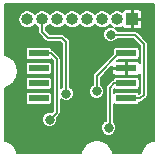
<source format=gtl>
G04 #@! TF.GenerationSoftware,KiCad,Pcbnew,5.0.2-bee76a0~70~ubuntu18.04.1*
G04 #@! TF.CreationDate,2020-01-14T20:57:16+01:00*
G04 #@! TF.ProjectId,TLI5012B,544c4935-3031-4324-922e-6b696361645f,rev?*
G04 #@! TF.SameCoordinates,Original*
G04 #@! TF.FileFunction,Copper,L1,Top*
G04 #@! TF.FilePolarity,Positive*
%FSLAX46Y46*%
G04 Gerber Fmt 4.6, Leading zero omitted, Abs format (unit mm)*
G04 Created by KiCad (PCBNEW 5.0.2-bee76a0~70~ubuntu18.04.1) date Di 14 Jan 2020 20:57:16 CET*
%MOMM*%
%LPD*%
G01*
G04 APERTURE LIST*
G04 #@! TA.AperFunction,SMDPad,CuDef*
%ADD10R,1.750000X0.550000*%
G04 #@! TD*
G04 #@! TA.AperFunction,ComponentPad*
%ADD11R,1.000000X1.000000*%
G04 #@! TD*
G04 #@! TA.AperFunction,ComponentPad*
%ADD12O,1.000000X1.000000*%
G04 #@! TD*
G04 #@! TA.AperFunction,ViaPad*
%ADD13C,0.800000*%
G04 #@! TD*
G04 #@! TA.AperFunction,Conductor*
%ADD14C,0.152400*%
G04 #@! TD*
G04 #@! TA.AperFunction,Conductor*
%ADD15C,0.203200*%
G04 #@! TD*
G04 APERTURE END LIST*
D10*
G04 #@! TO.P,U1,1*
G04 #@! TO.N,/IFC*
X134075000Y-84595000D03*
G04 #@! TO.P,U1,2*
G04 #@! TO.N,Net-(U1-Pad2)*
X134075000Y-85865000D03*
G04 #@! TO.P,U1,3*
G04 #@! TO.N,Net-(U1-Pad3)*
X134075000Y-87135000D03*
G04 #@! TO.P,U1,4*
G04 #@! TO.N,Net-(U1-Pad4)*
X134075000Y-88405000D03*
G04 #@! TO.P,U1,5*
G04 #@! TO.N,/IFA*
X141475000Y-88405000D03*
G04 #@! TO.P,U1,6*
G04 #@! TO.N,+5V*
X141475000Y-87135000D03*
G04 #@! TO.P,U1,7*
G04 #@! TO.N,GND*
X141475000Y-85865000D03*
G04 #@! TO.P,U1,8*
G04 #@! TO.N,/IFB*
X141475000Y-84595000D03*
G04 #@! TD*
D11*
G04 #@! TO.P,J1,1*
G04 #@! TO.N,GND*
X141975000Y-81700000D03*
D12*
G04 #@! TO.P,J1,2*
G04 #@! TO.N,/A_OUT_*
X140705000Y-81700000D03*
G04 #@! TO.P,J1,3*
G04 #@! TO.N,/A_OUT*
X139435000Y-81700000D03*
G04 #@! TO.P,J1,4*
G04 #@! TO.N,/B_OUT_*
X138165000Y-81700000D03*
G04 #@! TO.P,J1,5*
G04 #@! TO.N,/B_OUT*
X136895000Y-81700000D03*
G04 #@! TO.P,J1,6*
G04 #@! TO.N,/C_OUT_*
X135625000Y-81700000D03*
G04 #@! TO.P,J1,7*
G04 #@! TO.N,/C_OUT*
X134355000Y-81700000D03*
G04 #@! TO.P,J1,8*
G04 #@! TO.N,+5V*
X133085000Y-81700000D03*
G04 #@! TD*
D13*
G04 #@! TO.N,+5V*
X139975000Y-90900000D03*
G04 #@! TO.N,GND*
X137675000Y-90000000D03*
G04 #@! TO.N,/IFA*
X140175000Y-83000000D03*
G04 #@! TO.N,/IFB*
X138975000Y-87800000D03*
G04 #@! TO.N,/IFC*
X134975000Y-90200000D03*
G04 #@! TO.N,/C_OUT*
X136375000Y-88000000D03*
G04 #@! TD*
D14*
G04 #@! TO.N,+5V*
X140447600Y-87135000D02*
X140075000Y-87507600D01*
X141475000Y-87135000D02*
X140447600Y-87135000D01*
X140075000Y-87507600D02*
X140075000Y-90800000D01*
X140075000Y-90800000D02*
X139975000Y-90900000D01*
G04 #@! TO.N,/IFA*
X142975000Y-83800000D02*
X142175000Y-83000000D01*
X142175000Y-83000000D02*
X140175000Y-83000000D01*
X142975000Y-88100000D02*
X142975000Y-83800000D01*
X142670000Y-88405000D02*
X142975000Y-88100000D01*
X141475000Y-88405000D02*
X142670000Y-88405000D01*
G04 #@! TO.N,/IFB*
X138975000Y-86495000D02*
X138975000Y-87800000D01*
X141475000Y-84595000D02*
X140875000Y-84595000D01*
X140875000Y-84595000D02*
X138975000Y-86495000D01*
G04 #@! TO.N,/IFC*
X135102400Y-84595000D02*
X135575000Y-85067600D01*
X134075000Y-84595000D02*
X135102400Y-84595000D01*
X135575000Y-85067600D02*
X135575000Y-89600000D01*
X135575000Y-89600000D02*
X134975000Y-90200000D01*
G04 #@! TO.N,/C_OUT*
X136375000Y-83620000D02*
X136375000Y-88000000D01*
X134355000Y-81700000D02*
X134355000Y-82780000D01*
X134875000Y-83300000D02*
X136055000Y-83300000D01*
X134355000Y-82780000D02*
X134875000Y-83300000D01*
X136055000Y-83300000D02*
X136375000Y-83620000D01*
G04 #@! TD*
D15*
G04 #@! TO.N,GND*
G36*
X143796001Y-91979997D02*
X143639863Y-92011055D01*
X143521265Y-92060180D01*
X143164400Y-92298630D01*
X143073630Y-92389400D01*
X142835180Y-92746265D01*
X142786055Y-92864863D01*
X142754997Y-93021000D01*
X140370003Y-93021000D01*
X140338945Y-92864863D01*
X140289820Y-92746265D01*
X140051370Y-92389400D01*
X139960598Y-92298628D01*
X139603735Y-92060180D01*
X139485137Y-92011055D01*
X139064185Y-91927322D01*
X138935815Y-91927322D01*
X138514863Y-92011055D01*
X138396265Y-92060180D01*
X138039400Y-92298630D01*
X137948630Y-92389400D01*
X137710180Y-92746265D01*
X137661055Y-92864863D01*
X137629997Y-93021000D01*
X132245003Y-93021000D01*
X132213945Y-92864863D01*
X132164820Y-92746265D01*
X131926370Y-92389400D01*
X131835598Y-92298628D01*
X131478735Y-92060180D01*
X131360137Y-92011055D01*
X131204000Y-91979997D01*
X131204000Y-88130000D01*
X132941024Y-88130000D01*
X132941024Y-88680000D01*
X132960737Y-88779106D01*
X133016876Y-88863124D01*
X133100894Y-88919263D01*
X133200000Y-88938976D01*
X134950000Y-88938976D01*
X135049106Y-88919263D01*
X135133124Y-88863124D01*
X135189263Y-88779106D01*
X135208976Y-88680000D01*
X135208976Y-88130000D01*
X135189263Y-88030894D01*
X135133124Y-87946876D01*
X135049106Y-87890737D01*
X134950000Y-87871024D01*
X133200000Y-87871024D01*
X133100894Y-87890737D01*
X133016876Y-87946876D01*
X132960737Y-88030894D01*
X132941024Y-88130000D01*
X131204000Y-88130000D01*
X131204000Y-87480003D01*
X131360137Y-87448945D01*
X131478735Y-87399820D01*
X131835600Y-87161370D01*
X131926370Y-87070600D01*
X132067088Y-86860000D01*
X132941024Y-86860000D01*
X132941024Y-87410000D01*
X132960737Y-87509106D01*
X133016876Y-87593124D01*
X133100894Y-87649263D01*
X133200000Y-87668976D01*
X134950000Y-87668976D01*
X135049106Y-87649263D01*
X135133124Y-87593124D01*
X135189263Y-87509106D01*
X135208976Y-87410000D01*
X135208976Y-86860000D01*
X135189263Y-86760894D01*
X135133124Y-86676876D01*
X135049106Y-86620737D01*
X134950000Y-86601024D01*
X133200000Y-86601024D01*
X133100894Y-86620737D01*
X133016876Y-86676876D01*
X132960737Y-86760894D01*
X132941024Y-86860000D01*
X132067088Y-86860000D01*
X132164820Y-86713735D01*
X132213945Y-86595137D01*
X132297678Y-86174185D01*
X132297678Y-86045815D01*
X132213945Y-85624863D01*
X132199505Y-85590000D01*
X132941024Y-85590000D01*
X132941024Y-86140000D01*
X132960737Y-86239106D01*
X133016876Y-86323124D01*
X133100894Y-86379263D01*
X133200000Y-86398976D01*
X134950000Y-86398976D01*
X135049106Y-86379263D01*
X135133124Y-86323124D01*
X135189263Y-86239106D01*
X135208976Y-86140000D01*
X135208976Y-85590000D01*
X135189263Y-85490894D01*
X135133124Y-85406876D01*
X135049106Y-85350737D01*
X134950000Y-85331024D01*
X133200000Y-85331024D01*
X133100894Y-85350737D01*
X133016876Y-85406876D01*
X132960737Y-85490894D01*
X132941024Y-85590000D01*
X132199505Y-85590000D01*
X132164820Y-85506265D01*
X131926370Y-85149400D01*
X131835598Y-85058628D01*
X131478735Y-84820180D01*
X131360137Y-84771055D01*
X131204000Y-84739997D01*
X131204000Y-81700000D01*
X132316229Y-81700000D01*
X132374748Y-81994196D01*
X132541397Y-82243603D01*
X132790804Y-82410252D01*
X133010741Y-82454000D01*
X133159259Y-82454000D01*
X133379196Y-82410252D01*
X133628603Y-82243603D01*
X133720000Y-82106818D01*
X133811397Y-82243603D01*
X134024801Y-82386195D01*
X134024801Y-82747473D01*
X134018331Y-82780000D01*
X134043958Y-82908837D01*
X134098517Y-82990490D01*
X134098519Y-82990492D01*
X134116940Y-83018061D01*
X134144509Y-83036482D01*
X134618517Y-83510491D01*
X134636939Y-83538061D01*
X134664508Y-83556482D01*
X134664509Y-83556483D01*
X134746162Y-83611042D01*
X134874999Y-83636669D01*
X134907521Y-83630200D01*
X135918227Y-83630200D01*
X136044800Y-83756773D01*
X136044801Y-87428888D01*
X136004539Y-87445565D01*
X135905200Y-87544904D01*
X135905200Y-85100116D01*
X135911668Y-85067599D01*
X135905200Y-85035082D01*
X135905200Y-85035078D01*
X135886042Y-84938762D01*
X135813060Y-84829539D01*
X135785491Y-84811118D01*
X135358884Y-84384511D01*
X135340461Y-84356939D01*
X135231238Y-84283958D01*
X135200595Y-84277863D01*
X135189263Y-84220894D01*
X135133124Y-84136876D01*
X135049106Y-84080737D01*
X134950000Y-84061024D01*
X133200000Y-84061024D01*
X133100894Y-84080737D01*
X133016876Y-84136876D01*
X132960737Y-84220894D01*
X132941024Y-84320000D01*
X132941024Y-84870000D01*
X132960737Y-84969106D01*
X133016876Y-85053124D01*
X133100894Y-85109263D01*
X133200000Y-85128976D01*
X134950000Y-85128976D01*
X135049106Y-85109263D01*
X135109402Y-85068975D01*
X135244800Y-85204373D01*
X135244801Y-89463225D01*
X135145350Y-89562677D01*
X135105089Y-89546000D01*
X134844911Y-89546000D01*
X134604539Y-89645565D01*
X134420565Y-89829539D01*
X134321000Y-90069911D01*
X134321000Y-90330089D01*
X134420565Y-90570461D01*
X134604539Y-90754435D01*
X134844911Y-90854000D01*
X135105089Y-90854000D01*
X135345461Y-90754435D01*
X135529435Y-90570461D01*
X135629000Y-90330089D01*
X135629000Y-90069911D01*
X135612323Y-90029650D01*
X135785491Y-89856483D01*
X135813061Y-89838061D01*
X135886042Y-89728838D01*
X135905200Y-89632522D01*
X135905200Y-89632519D01*
X135911668Y-89600001D01*
X135905200Y-89567482D01*
X135905200Y-88455096D01*
X136004539Y-88554435D01*
X136244911Y-88654000D01*
X136505089Y-88654000D01*
X136745461Y-88554435D01*
X136929435Y-88370461D01*
X137029000Y-88130089D01*
X137029000Y-87869911D01*
X136946158Y-87669911D01*
X138321000Y-87669911D01*
X138321000Y-87930089D01*
X138420565Y-88170461D01*
X138604539Y-88354435D01*
X138844911Y-88454000D01*
X139105089Y-88454000D01*
X139345461Y-88354435D01*
X139529435Y-88170461D01*
X139629000Y-87930089D01*
X139629000Y-87669911D01*
X139529435Y-87429539D01*
X139345461Y-87245565D01*
X139305200Y-87228888D01*
X139305200Y-86631773D01*
X139932273Y-86004700D01*
X140244400Y-86004700D01*
X140244400Y-86210733D01*
X140298537Y-86341431D01*
X140398569Y-86441463D01*
X140529267Y-86495600D01*
X141335300Y-86495600D01*
X141424200Y-86406700D01*
X141424200Y-85915800D01*
X140333300Y-85915800D01*
X140244400Y-86004700D01*
X139932273Y-86004700D01*
X140244400Y-85692573D01*
X140244400Y-85725300D01*
X140333300Y-85814200D01*
X141424200Y-85814200D01*
X141424200Y-85323300D01*
X141335300Y-85234400D01*
X140702573Y-85234400D01*
X140807997Y-85128976D01*
X142350000Y-85128976D01*
X142449106Y-85109263D01*
X142533124Y-85053124D01*
X142589263Y-84969106D01*
X142608976Y-84870000D01*
X142608976Y-84320000D01*
X142589263Y-84220894D01*
X142533124Y-84136876D01*
X142449106Y-84080737D01*
X142350000Y-84061024D01*
X140600000Y-84061024D01*
X140500894Y-84080737D01*
X140416876Y-84136876D01*
X140360737Y-84220894D01*
X140341024Y-84320000D01*
X140341024Y-84662003D01*
X138764509Y-86238518D01*
X138736939Y-86256940D01*
X138718518Y-86284509D01*
X138718517Y-86284510D01*
X138663958Y-86366163D01*
X138638331Y-86495000D01*
X138644800Y-86527522D01*
X138644801Y-87228888D01*
X138604539Y-87245565D01*
X138420565Y-87429539D01*
X138321000Y-87669911D01*
X136946158Y-87669911D01*
X136929435Y-87629539D01*
X136745461Y-87445565D01*
X136705200Y-87428888D01*
X136705200Y-83652516D01*
X136711668Y-83619999D01*
X136705200Y-83587482D01*
X136705200Y-83587478D01*
X136686042Y-83491162D01*
X136613060Y-83381939D01*
X136585491Y-83363518D01*
X136311484Y-83089511D01*
X136293061Y-83061939D01*
X136183838Y-82988958D01*
X136087522Y-82969800D01*
X136055000Y-82963331D01*
X136022478Y-82969800D01*
X135011774Y-82969800D01*
X134685200Y-82643227D01*
X134685200Y-82386195D01*
X134898603Y-82243603D01*
X134990000Y-82106818D01*
X135081397Y-82243603D01*
X135330804Y-82410252D01*
X135550741Y-82454000D01*
X135699259Y-82454000D01*
X135919196Y-82410252D01*
X136168603Y-82243603D01*
X136260000Y-82106818D01*
X136351397Y-82243603D01*
X136600804Y-82410252D01*
X136820741Y-82454000D01*
X136969259Y-82454000D01*
X137189196Y-82410252D01*
X137438603Y-82243603D01*
X137530000Y-82106818D01*
X137621397Y-82243603D01*
X137870804Y-82410252D01*
X138090741Y-82454000D01*
X138239259Y-82454000D01*
X138459196Y-82410252D01*
X138708603Y-82243603D01*
X138800000Y-82106818D01*
X138891397Y-82243603D01*
X139140804Y-82410252D01*
X139360741Y-82454000D01*
X139509259Y-82454000D01*
X139729196Y-82410252D01*
X139978603Y-82243603D01*
X140070000Y-82106818D01*
X140161397Y-82243603D01*
X140330229Y-82356413D01*
X140305089Y-82346000D01*
X140044911Y-82346000D01*
X139804539Y-82445565D01*
X139620565Y-82629539D01*
X139521000Y-82869911D01*
X139521000Y-83130089D01*
X139620565Y-83370461D01*
X139804539Y-83554435D01*
X140044911Y-83654000D01*
X140305089Y-83654000D01*
X140545461Y-83554435D01*
X140729435Y-83370461D01*
X140746112Y-83330200D01*
X142038227Y-83330200D01*
X142644801Y-83936775D01*
X142644801Y-85381907D01*
X142551431Y-85288537D01*
X142420733Y-85234400D01*
X141614700Y-85234400D01*
X141525800Y-85323300D01*
X141525800Y-85814200D01*
X141545800Y-85814200D01*
X141545800Y-85915800D01*
X141525800Y-85915800D01*
X141525800Y-86406700D01*
X141614700Y-86495600D01*
X142420733Y-86495600D01*
X142551431Y-86441463D01*
X142644800Y-86348094D01*
X142644800Y-87963226D01*
X142584404Y-88023622D01*
X142533124Y-87946876D01*
X142449106Y-87890737D01*
X142350000Y-87871024D01*
X140600000Y-87871024D01*
X140500894Y-87890737D01*
X140416876Y-87946876D01*
X140405200Y-87964350D01*
X140405200Y-87644373D01*
X140440599Y-87608975D01*
X140500894Y-87649263D01*
X140600000Y-87668976D01*
X142350000Y-87668976D01*
X142449106Y-87649263D01*
X142533124Y-87593124D01*
X142589263Y-87509106D01*
X142608976Y-87410000D01*
X142608976Y-86860000D01*
X142589263Y-86760894D01*
X142533124Y-86676876D01*
X142449106Y-86620737D01*
X142350000Y-86601024D01*
X140600000Y-86601024D01*
X140500894Y-86620737D01*
X140416876Y-86676876D01*
X140360737Y-86760894D01*
X140349405Y-86817863D01*
X140320401Y-86823632D01*
X140318762Y-86823958D01*
X140209539Y-86896939D01*
X140191117Y-86924509D01*
X139864509Y-87251118D01*
X139836939Y-87269540D01*
X139818518Y-87297109D01*
X139818517Y-87297110D01*
X139763958Y-87378763D01*
X139738331Y-87507600D01*
X139744800Y-87540122D01*
X139744801Y-90287467D01*
X139604539Y-90345565D01*
X139420565Y-90529539D01*
X139321000Y-90769911D01*
X139321000Y-91030089D01*
X139420565Y-91270461D01*
X139604539Y-91454435D01*
X139844911Y-91554000D01*
X140105089Y-91554000D01*
X140345461Y-91454435D01*
X140529435Y-91270461D01*
X140629000Y-91030089D01*
X140629000Y-90769911D01*
X140529435Y-90529539D01*
X140405200Y-90405304D01*
X140405200Y-88845650D01*
X140416876Y-88863124D01*
X140500894Y-88919263D01*
X140600000Y-88938976D01*
X142350000Y-88938976D01*
X142449106Y-88919263D01*
X142533124Y-88863124D01*
X142589263Y-88779106D01*
X142597996Y-88735200D01*
X142637478Y-88735200D01*
X142670000Y-88741669D01*
X142702522Y-88735200D01*
X142798838Y-88716042D01*
X142908061Y-88643061D01*
X142926484Y-88615489D01*
X143185493Y-88356481D01*
X143213060Y-88338061D01*
X143231480Y-88310494D01*
X143231483Y-88310491D01*
X143286042Y-88228838D01*
X143292870Y-88194510D01*
X143305200Y-88132522D01*
X143305200Y-88132519D01*
X143311668Y-88100001D01*
X143305200Y-88067482D01*
X143305200Y-83832522D01*
X143311669Y-83800000D01*
X143286042Y-83671162D01*
X143231483Y-83589509D01*
X143231482Y-83589508D01*
X143213061Y-83561939D01*
X143185491Y-83543517D01*
X142431484Y-82789511D01*
X142413061Y-82761939D01*
X142303838Y-82688958D01*
X142207522Y-82669800D01*
X142175000Y-82663331D01*
X142142478Y-82669800D01*
X140746112Y-82669800D01*
X140729435Y-82629539D01*
X140545461Y-82445565D01*
X140505850Y-82429158D01*
X140630741Y-82454000D01*
X140779259Y-82454000D01*
X140999196Y-82410252D01*
X141138606Y-82317101D01*
X141173537Y-82401431D01*
X141273569Y-82501463D01*
X141404267Y-82555600D01*
X141835300Y-82555600D01*
X141924200Y-82466700D01*
X141924200Y-81750800D01*
X142025800Y-81750800D01*
X142025800Y-82466700D01*
X142114700Y-82555600D01*
X142545733Y-82555600D01*
X142676431Y-82501463D01*
X142776463Y-82401431D01*
X142830600Y-82270733D01*
X142830600Y-81839700D01*
X142741700Y-81750800D01*
X142025800Y-81750800D01*
X141924200Y-81750800D01*
X141904200Y-81750800D01*
X141904200Y-81649200D01*
X141924200Y-81649200D01*
X141924200Y-80933300D01*
X142025800Y-80933300D01*
X142025800Y-81649200D01*
X142741700Y-81649200D01*
X142830600Y-81560300D01*
X142830600Y-81129267D01*
X142776463Y-80998569D01*
X142676431Y-80898537D01*
X142545733Y-80844400D01*
X142114700Y-80844400D01*
X142025800Y-80933300D01*
X141924200Y-80933300D01*
X141835300Y-80844400D01*
X141404267Y-80844400D01*
X141273569Y-80898537D01*
X141173537Y-80998569D01*
X141138606Y-81082899D01*
X140999196Y-80989748D01*
X140779259Y-80946000D01*
X140630741Y-80946000D01*
X140410804Y-80989748D01*
X140161397Y-81156397D01*
X140070000Y-81293182D01*
X139978603Y-81156397D01*
X139729196Y-80989748D01*
X139509259Y-80946000D01*
X139360741Y-80946000D01*
X139140804Y-80989748D01*
X138891397Y-81156397D01*
X138800000Y-81293182D01*
X138708603Y-81156397D01*
X138459196Y-80989748D01*
X138239259Y-80946000D01*
X138090741Y-80946000D01*
X137870804Y-80989748D01*
X137621397Y-81156397D01*
X137530000Y-81293182D01*
X137438603Y-81156397D01*
X137189196Y-80989748D01*
X136969259Y-80946000D01*
X136820741Y-80946000D01*
X136600804Y-80989748D01*
X136351397Y-81156397D01*
X136260000Y-81293182D01*
X136168603Y-81156397D01*
X135919196Y-80989748D01*
X135699259Y-80946000D01*
X135550741Y-80946000D01*
X135330804Y-80989748D01*
X135081397Y-81156397D01*
X134990000Y-81293182D01*
X134898603Y-81156397D01*
X134649196Y-80989748D01*
X134429259Y-80946000D01*
X134280741Y-80946000D01*
X134060804Y-80989748D01*
X133811397Y-81156397D01*
X133720000Y-81293182D01*
X133628603Y-81156397D01*
X133379196Y-80989748D01*
X133159259Y-80946000D01*
X133010741Y-80946000D01*
X132790804Y-80989748D01*
X132541397Y-81156397D01*
X132374748Y-81405804D01*
X132316229Y-81700000D01*
X131204000Y-81700000D01*
X131204000Y-80429000D01*
X143796000Y-80429000D01*
X143796001Y-91979997D01*
X143796001Y-91979997D01*
G37*
X143796001Y-91979997D02*
X143639863Y-92011055D01*
X143521265Y-92060180D01*
X143164400Y-92298630D01*
X143073630Y-92389400D01*
X142835180Y-92746265D01*
X142786055Y-92864863D01*
X142754997Y-93021000D01*
X140370003Y-93021000D01*
X140338945Y-92864863D01*
X140289820Y-92746265D01*
X140051370Y-92389400D01*
X139960598Y-92298628D01*
X139603735Y-92060180D01*
X139485137Y-92011055D01*
X139064185Y-91927322D01*
X138935815Y-91927322D01*
X138514863Y-92011055D01*
X138396265Y-92060180D01*
X138039400Y-92298630D01*
X137948630Y-92389400D01*
X137710180Y-92746265D01*
X137661055Y-92864863D01*
X137629997Y-93021000D01*
X132245003Y-93021000D01*
X132213945Y-92864863D01*
X132164820Y-92746265D01*
X131926370Y-92389400D01*
X131835598Y-92298628D01*
X131478735Y-92060180D01*
X131360137Y-92011055D01*
X131204000Y-91979997D01*
X131204000Y-88130000D01*
X132941024Y-88130000D01*
X132941024Y-88680000D01*
X132960737Y-88779106D01*
X133016876Y-88863124D01*
X133100894Y-88919263D01*
X133200000Y-88938976D01*
X134950000Y-88938976D01*
X135049106Y-88919263D01*
X135133124Y-88863124D01*
X135189263Y-88779106D01*
X135208976Y-88680000D01*
X135208976Y-88130000D01*
X135189263Y-88030894D01*
X135133124Y-87946876D01*
X135049106Y-87890737D01*
X134950000Y-87871024D01*
X133200000Y-87871024D01*
X133100894Y-87890737D01*
X133016876Y-87946876D01*
X132960737Y-88030894D01*
X132941024Y-88130000D01*
X131204000Y-88130000D01*
X131204000Y-87480003D01*
X131360137Y-87448945D01*
X131478735Y-87399820D01*
X131835600Y-87161370D01*
X131926370Y-87070600D01*
X132067088Y-86860000D01*
X132941024Y-86860000D01*
X132941024Y-87410000D01*
X132960737Y-87509106D01*
X133016876Y-87593124D01*
X133100894Y-87649263D01*
X133200000Y-87668976D01*
X134950000Y-87668976D01*
X135049106Y-87649263D01*
X135133124Y-87593124D01*
X135189263Y-87509106D01*
X135208976Y-87410000D01*
X135208976Y-86860000D01*
X135189263Y-86760894D01*
X135133124Y-86676876D01*
X135049106Y-86620737D01*
X134950000Y-86601024D01*
X133200000Y-86601024D01*
X133100894Y-86620737D01*
X133016876Y-86676876D01*
X132960737Y-86760894D01*
X132941024Y-86860000D01*
X132067088Y-86860000D01*
X132164820Y-86713735D01*
X132213945Y-86595137D01*
X132297678Y-86174185D01*
X132297678Y-86045815D01*
X132213945Y-85624863D01*
X132199505Y-85590000D01*
X132941024Y-85590000D01*
X132941024Y-86140000D01*
X132960737Y-86239106D01*
X133016876Y-86323124D01*
X133100894Y-86379263D01*
X133200000Y-86398976D01*
X134950000Y-86398976D01*
X135049106Y-86379263D01*
X135133124Y-86323124D01*
X135189263Y-86239106D01*
X135208976Y-86140000D01*
X135208976Y-85590000D01*
X135189263Y-85490894D01*
X135133124Y-85406876D01*
X135049106Y-85350737D01*
X134950000Y-85331024D01*
X133200000Y-85331024D01*
X133100894Y-85350737D01*
X133016876Y-85406876D01*
X132960737Y-85490894D01*
X132941024Y-85590000D01*
X132199505Y-85590000D01*
X132164820Y-85506265D01*
X131926370Y-85149400D01*
X131835598Y-85058628D01*
X131478735Y-84820180D01*
X131360137Y-84771055D01*
X131204000Y-84739997D01*
X131204000Y-81700000D01*
X132316229Y-81700000D01*
X132374748Y-81994196D01*
X132541397Y-82243603D01*
X132790804Y-82410252D01*
X133010741Y-82454000D01*
X133159259Y-82454000D01*
X133379196Y-82410252D01*
X133628603Y-82243603D01*
X133720000Y-82106818D01*
X133811397Y-82243603D01*
X134024801Y-82386195D01*
X134024801Y-82747473D01*
X134018331Y-82780000D01*
X134043958Y-82908837D01*
X134098517Y-82990490D01*
X134098519Y-82990492D01*
X134116940Y-83018061D01*
X134144509Y-83036482D01*
X134618517Y-83510491D01*
X134636939Y-83538061D01*
X134664508Y-83556482D01*
X134664509Y-83556483D01*
X134746162Y-83611042D01*
X134874999Y-83636669D01*
X134907521Y-83630200D01*
X135918227Y-83630200D01*
X136044800Y-83756773D01*
X136044801Y-87428888D01*
X136004539Y-87445565D01*
X135905200Y-87544904D01*
X135905200Y-85100116D01*
X135911668Y-85067599D01*
X135905200Y-85035082D01*
X135905200Y-85035078D01*
X135886042Y-84938762D01*
X135813060Y-84829539D01*
X135785491Y-84811118D01*
X135358884Y-84384511D01*
X135340461Y-84356939D01*
X135231238Y-84283958D01*
X135200595Y-84277863D01*
X135189263Y-84220894D01*
X135133124Y-84136876D01*
X135049106Y-84080737D01*
X134950000Y-84061024D01*
X133200000Y-84061024D01*
X133100894Y-84080737D01*
X133016876Y-84136876D01*
X132960737Y-84220894D01*
X132941024Y-84320000D01*
X132941024Y-84870000D01*
X132960737Y-84969106D01*
X133016876Y-85053124D01*
X133100894Y-85109263D01*
X133200000Y-85128976D01*
X134950000Y-85128976D01*
X135049106Y-85109263D01*
X135109402Y-85068975D01*
X135244800Y-85204373D01*
X135244801Y-89463225D01*
X135145350Y-89562677D01*
X135105089Y-89546000D01*
X134844911Y-89546000D01*
X134604539Y-89645565D01*
X134420565Y-89829539D01*
X134321000Y-90069911D01*
X134321000Y-90330089D01*
X134420565Y-90570461D01*
X134604539Y-90754435D01*
X134844911Y-90854000D01*
X135105089Y-90854000D01*
X135345461Y-90754435D01*
X135529435Y-90570461D01*
X135629000Y-90330089D01*
X135629000Y-90069911D01*
X135612323Y-90029650D01*
X135785491Y-89856483D01*
X135813061Y-89838061D01*
X135886042Y-89728838D01*
X135905200Y-89632522D01*
X135905200Y-89632519D01*
X135911668Y-89600001D01*
X135905200Y-89567482D01*
X135905200Y-88455096D01*
X136004539Y-88554435D01*
X136244911Y-88654000D01*
X136505089Y-88654000D01*
X136745461Y-88554435D01*
X136929435Y-88370461D01*
X137029000Y-88130089D01*
X137029000Y-87869911D01*
X136946158Y-87669911D01*
X138321000Y-87669911D01*
X138321000Y-87930089D01*
X138420565Y-88170461D01*
X138604539Y-88354435D01*
X138844911Y-88454000D01*
X139105089Y-88454000D01*
X139345461Y-88354435D01*
X139529435Y-88170461D01*
X139629000Y-87930089D01*
X139629000Y-87669911D01*
X139529435Y-87429539D01*
X139345461Y-87245565D01*
X139305200Y-87228888D01*
X139305200Y-86631773D01*
X139932273Y-86004700D01*
X140244400Y-86004700D01*
X140244400Y-86210733D01*
X140298537Y-86341431D01*
X140398569Y-86441463D01*
X140529267Y-86495600D01*
X141335300Y-86495600D01*
X141424200Y-86406700D01*
X141424200Y-85915800D01*
X140333300Y-85915800D01*
X140244400Y-86004700D01*
X139932273Y-86004700D01*
X140244400Y-85692573D01*
X140244400Y-85725300D01*
X140333300Y-85814200D01*
X141424200Y-85814200D01*
X141424200Y-85323300D01*
X141335300Y-85234400D01*
X140702573Y-85234400D01*
X140807997Y-85128976D01*
X142350000Y-85128976D01*
X142449106Y-85109263D01*
X142533124Y-85053124D01*
X142589263Y-84969106D01*
X142608976Y-84870000D01*
X142608976Y-84320000D01*
X142589263Y-84220894D01*
X142533124Y-84136876D01*
X142449106Y-84080737D01*
X142350000Y-84061024D01*
X140600000Y-84061024D01*
X140500894Y-84080737D01*
X140416876Y-84136876D01*
X140360737Y-84220894D01*
X140341024Y-84320000D01*
X140341024Y-84662003D01*
X138764509Y-86238518D01*
X138736939Y-86256940D01*
X138718518Y-86284509D01*
X138718517Y-86284510D01*
X138663958Y-86366163D01*
X138638331Y-86495000D01*
X138644800Y-86527522D01*
X138644801Y-87228888D01*
X138604539Y-87245565D01*
X138420565Y-87429539D01*
X138321000Y-87669911D01*
X136946158Y-87669911D01*
X136929435Y-87629539D01*
X136745461Y-87445565D01*
X136705200Y-87428888D01*
X136705200Y-83652516D01*
X136711668Y-83619999D01*
X136705200Y-83587482D01*
X136705200Y-83587478D01*
X136686042Y-83491162D01*
X136613060Y-83381939D01*
X136585491Y-83363518D01*
X136311484Y-83089511D01*
X136293061Y-83061939D01*
X136183838Y-82988958D01*
X136087522Y-82969800D01*
X136055000Y-82963331D01*
X136022478Y-82969800D01*
X135011774Y-82969800D01*
X134685200Y-82643227D01*
X134685200Y-82386195D01*
X134898603Y-82243603D01*
X134990000Y-82106818D01*
X135081397Y-82243603D01*
X135330804Y-82410252D01*
X135550741Y-82454000D01*
X135699259Y-82454000D01*
X135919196Y-82410252D01*
X136168603Y-82243603D01*
X136260000Y-82106818D01*
X136351397Y-82243603D01*
X136600804Y-82410252D01*
X136820741Y-82454000D01*
X136969259Y-82454000D01*
X137189196Y-82410252D01*
X137438603Y-82243603D01*
X137530000Y-82106818D01*
X137621397Y-82243603D01*
X137870804Y-82410252D01*
X138090741Y-82454000D01*
X138239259Y-82454000D01*
X138459196Y-82410252D01*
X138708603Y-82243603D01*
X138800000Y-82106818D01*
X138891397Y-82243603D01*
X139140804Y-82410252D01*
X139360741Y-82454000D01*
X139509259Y-82454000D01*
X139729196Y-82410252D01*
X139978603Y-82243603D01*
X140070000Y-82106818D01*
X140161397Y-82243603D01*
X140330229Y-82356413D01*
X140305089Y-82346000D01*
X140044911Y-82346000D01*
X139804539Y-82445565D01*
X139620565Y-82629539D01*
X139521000Y-82869911D01*
X139521000Y-83130089D01*
X139620565Y-83370461D01*
X139804539Y-83554435D01*
X140044911Y-83654000D01*
X140305089Y-83654000D01*
X140545461Y-83554435D01*
X140729435Y-83370461D01*
X140746112Y-83330200D01*
X142038227Y-83330200D01*
X142644801Y-83936775D01*
X142644801Y-85381907D01*
X142551431Y-85288537D01*
X142420733Y-85234400D01*
X141614700Y-85234400D01*
X141525800Y-85323300D01*
X141525800Y-85814200D01*
X141545800Y-85814200D01*
X141545800Y-85915800D01*
X141525800Y-85915800D01*
X141525800Y-86406700D01*
X141614700Y-86495600D01*
X142420733Y-86495600D01*
X142551431Y-86441463D01*
X142644800Y-86348094D01*
X142644800Y-87963226D01*
X142584404Y-88023622D01*
X142533124Y-87946876D01*
X142449106Y-87890737D01*
X142350000Y-87871024D01*
X140600000Y-87871024D01*
X140500894Y-87890737D01*
X140416876Y-87946876D01*
X140405200Y-87964350D01*
X140405200Y-87644373D01*
X140440599Y-87608975D01*
X140500894Y-87649263D01*
X140600000Y-87668976D01*
X142350000Y-87668976D01*
X142449106Y-87649263D01*
X142533124Y-87593124D01*
X142589263Y-87509106D01*
X142608976Y-87410000D01*
X142608976Y-86860000D01*
X142589263Y-86760894D01*
X142533124Y-86676876D01*
X142449106Y-86620737D01*
X142350000Y-86601024D01*
X140600000Y-86601024D01*
X140500894Y-86620737D01*
X140416876Y-86676876D01*
X140360737Y-86760894D01*
X140349405Y-86817863D01*
X140320401Y-86823632D01*
X140318762Y-86823958D01*
X140209539Y-86896939D01*
X140191117Y-86924509D01*
X139864509Y-87251118D01*
X139836939Y-87269540D01*
X139818518Y-87297109D01*
X139818517Y-87297110D01*
X139763958Y-87378763D01*
X139738331Y-87507600D01*
X139744800Y-87540122D01*
X139744801Y-90287467D01*
X139604539Y-90345565D01*
X139420565Y-90529539D01*
X139321000Y-90769911D01*
X139321000Y-91030089D01*
X139420565Y-91270461D01*
X139604539Y-91454435D01*
X139844911Y-91554000D01*
X140105089Y-91554000D01*
X140345461Y-91454435D01*
X140529435Y-91270461D01*
X140629000Y-91030089D01*
X140629000Y-90769911D01*
X140529435Y-90529539D01*
X140405200Y-90405304D01*
X140405200Y-88845650D01*
X140416876Y-88863124D01*
X140500894Y-88919263D01*
X140600000Y-88938976D01*
X142350000Y-88938976D01*
X142449106Y-88919263D01*
X142533124Y-88863124D01*
X142589263Y-88779106D01*
X142597996Y-88735200D01*
X142637478Y-88735200D01*
X142670000Y-88741669D01*
X142702522Y-88735200D01*
X142798838Y-88716042D01*
X142908061Y-88643061D01*
X142926484Y-88615489D01*
X143185493Y-88356481D01*
X143213060Y-88338061D01*
X143231480Y-88310494D01*
X143231483Y-88310491D01*
X143286042Y-88228838D01*
X143292870Y-88194510D01*
X143305200Y-88132522D01*
X143305200Y-88132519D01*
X143311668Y-88100001D01*
X143305200Y-88067482D01*
X143305200Y-83832522D01*
X143311669Y-83800000D01*
X143286042Y-83671162D01*
X143231483Y-83589509D01*
X143231482Y-83589508D01*
X143213061Y-83561939D01*
X143185491Y-83543517D01*
X142431484Y-82789511D01*
X142413061Y-82761939D01*
X142303838Y-82688958D01*
X142207522Y-82669800D01*
X142175000Y-82663331D01*
X142142478Y-82669800D01*
X140746112Y-82669800D01*
X140729435Y-82629539D01*
X140545461Y-82445565D01*
X140505850Y-82429158D01*
X140630741Y-82454000D01*
X140779259Y-82454000D01*
X140999196Y-82410252D01*
X141138606Y-82317101D01*
X141173537Y-82401431D01*
X141273569Y-82501463D01*
X141404267Y-82555600D01*
X141835300Y-82555600D01*
X141924200Y-82466700D01*
X141924200Y-81750800D01*
X142025800Y-81750800D01*
X142025800Y-82466700D01*
X142114700Y-82555600D01*
X142545733Y-82555600D01*
X142676431Y-82501463D01*
X142776463Y-82401431D01*
X142830600Y-82270733D01*
X142830600Y-81839700D01*
X142741700Y-81750800D01*
X142025800Y-81750800D01*
X141924200Y-81750800D01*
X141904200Y-81750800D01*
X141904200Y-81649200D01*
X141924200Y-81649200D01*
X141924200Y-80933300D01*
X142025800Y-80933300D01*
X142025800Y-81649200D01*
X142741700Y-81649200D01*
X142830600Y-81560300D01*
X142830600Y-81129267D01*
X142776463Y-80998569D01*
X142676431Y-80898537D01*
X142545733Y-80844400D01*
X142114700Y-80844400D01*
X142025800Y-80933300D01*
X141924200Y-80933300D01*
X141835300Y-80844400D01*
X141404267Y-80844400D01*
X141273569Y-80898537D01*
X141173537Y-80998569D01*
X141138606Y-81082899D01*
X140999196Y-80989748D01*
X140779259Y-80946000D01*
X140630741Y-80946000D01*
X140410804Y-80989748D01*
X140161397Y-81156397D01*
X140070000Y-81293182D01*
X139978603Y-81156397D01*
X139729196Y-80989748D01*
X139509259Y-80946000D01*
X139360741Y-80946000D01*
X139140804Y-80989748D01*
X138891397Y-81156397D01*
X138800000Y-81293182D01*
X138708603Y-81156397D01*
X138459196Y-80989748D01*
X138239259Y-80946000D01*
X138090741Y-80946000D01*
X137870804Y-80989748D01*
X137621397Y-81156397D01*
X137530000Y-81293182D01*
X137438603Y-81156397D01*
X137189196Y-80989748D01*
X136969259Y-80946000D01*
X136820741Y-80946000D01*
X136600804Y-80989748D01*
X136351397Y-81156397D01*
X136260000Y-81293182D01*
X136168603Y-81156397D01*
X135919196Y-80989748D01*
X135699259Y-80946000D01*
X135550741Y-80946000D01*
X135330804Y-80989748D01*
X135081397Y-81156397D01*
X134990000Y-81293182D01*
X134898603Y-81156397D01*
X134649196Y-80989748D01*
X134429259Y-80946000D01*
X134280741Y-80946000D01*
X134060804Y-80989748D01*
X133811397Y-81156397D01*
X133720000Y-81293182D01*
X133628603Y-81156397D01*
X133379196Y-80989748D01*
X133159259Y-80946000D01*
X133010741Y-80946000D01*
X132790804Y-80989748D01*
X132541397Y-81156397D01*
X132374748Y-81405804D01*
X132316229Y-81700000D01*
X131204000Y-81700000D01*
X131204000Y-80429000D01*
X143796000Y-80429000D01*
X143796001Y-91979997D01*
G04 #@! TD*
M02*

</source>
